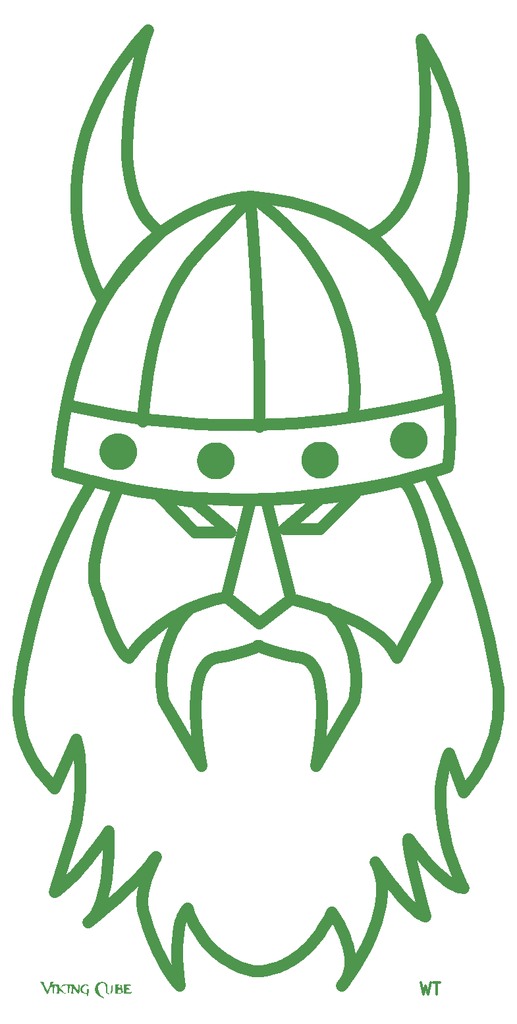
<source format=gbr>
%TF.GenerationSoftware,KiCad,Pcbnew,(6.0.6)*%
%TF.CreationDate,2022-11-26T14:48:15+01:00*%
%TF.ProjectId,wt,77742e6b-6963-4616-945f-706362585858,rev?*%
%TF.SameCoordinates,Original*%
%TF.FileFunction,Legend,Top*%
%TF.FilePolarity,Positive*%
%FSLAX46Y46*%
G04 Gerber Fmt 4.6, Leading zero omitted, Abs format (unit mm)*
G04 Created by KiCad (PCBNEW (6.0.6)) date 2022-11-26 14:48:15*
%MOMM*%
%LPD*%
G01*
G04 APERTURE LIST*
%ADD10C,0.300000*%
%ADD11C,1.534583*%
G04 APERTURE END LIST*
D10*
X-22499485Y-110176571D02*
X-22142342Y-111676571D01*
X-21856628Y-110605142D01*
X-21570914Y-111676571D01*
X-21213771Y-110176571D01*
X-20856628Y-110176571D02*
X-19999485Y-110176571D01*
X-20428057Y-111676571D02*
X-20428057Y-110176571D01*
%TO.C,G\u002A\u002A\u002A*%
G36*
X-65336115Y-110440713D02*
G01*
X-65237867Y-110505446D01*
X-65227200Y-110559633D01*
X-65249820Y-110649423D01*
X-65342966Y-110600834D01*
X-65353101Y-110592512D01*
X-65553451Y-110520548D01*
X-65765662Y-110574920D01*
X-65924194Y-110731356D01*
X-65957740Y-110816446D01*
X-65975721Y-111122146D01*
X-65878142Y-111360954D01*
X-65683595Y-111495086D01*
X-65617224Y-111508411D01*
X-65451720Y-111512839D01*
X-65399180Y-111440431D01*
X-65413619Y-111275578D01*
X-65422991Y-111092901D01*
X-65357242Y-111023208D01*
X-65265801Y-111014933D01*
X-65155138Y-111027813D01*
X-65113234Y-111095704D01*
X-65127173Y-111262485D01*
X-65151964Y-111401590D01*
X-65205270Y-111650037D01*
X-65255964Y-111828248D01*
X-65273030Y-111867257D01*
X-65369392Y-111947463D01*
X-65428602Y-111888416D01*
X-65421066Y-111776933D01*
X-65415259Y-111662571D01*
X-65506656Y-111615352D01*
X-65669870Y-111607600D01*
X-65975615Y-111540291D01*
X-66171263Y-111347586D01*
X-66243096Y-111043318D01*
X-66243200Y-111029433D01*
X-66172506Y-110724441D01*
X-65971272Y-110518415D01*
X-65655772Y-110425943D01*
X-65565867Y-110422266D01*
X-65336115Y-110440713D01*
G37*
G36*
X-62090091Y-110488300D02*
G01*
X-62070913Y-110696540D01*
X-62076121Y-110824433D01*
X-62109604Y-111208527D01*
X-62157545Y-111449604D01*
X-62228263Y-111573872D01*
X-62324747Y-111607600D01*
X-62416868Y-111584579D01*
X-62365467Y-111506000D01*
X-62309981Y-111370273D01*
X-62273078Y-111126263D01*
X-62263867Y-110913333D01*
X-62248494Y-110601751D01*
X-62200778Y-110445782D01*
X-62157424Y-110422266D01*
X-62090091Y-110488300D01*
G37*
G36*
X-66347888Y-110449554D02*
G01*
X-66312616Y-110554497D01*
X-66305079Y-110770286D01*
X-66313648Y-111014742D01*
X-66345122Y-111369533D01*
X-66405437Y-111560093D01*
X-66505787Y-111590604D01*
X-66657365Y-111465245D01*
X-66851773Y-111215721D01*
X-67132200Y-110823842D01*
X-67159226Y-111143603D01*
X-67148740Y-111398770D01*
X-67074560Y-111534185D01*
X-67060330Y-111581671D01*
X-67205554Y-111599847D01*
X-67259200Y-111599619D01*
X-67424472Y-111586157D01*
X-67464128Y-111559491D01*
X-67449700Y-111551526D01*
X-67383192Y-111449557D01*
X-67346071Y-111245873D01*
X-67337433Y-110995146D01*
X-67356368Y-110752048D01*
X-67401972Y-110571248D01*
X-67467031Y-110506933D01*
X-67559668Y-110569579D01*
X-67629581Y-110766382D01*
X-67680302Y-111110639D01*
X-67703148Y-111395933D01*
X-67725336Y-111593122D01*
X-67759187Y-111631485D01*
X-67788367Y-111579508D01*
X-67824563Y-111408729D01*
X-67847557Y-111141908D01*
X-67851867Y-110965675D01*
X-67856615Y-110701914D01*
X-67885650Y-110565512D01*
X-67961163Y-110514507D01*
X-68094449Y-110506933D01*
X-68333378Y-110559801D01*
X-68564575Y-110685919D01*
X-68728439Y-110793992D01*
X-68830970Y-110823634D01*
X-68837244Y-110819778D01*
X-68808856Y-110752056D01*
X-68703414Y-110678878D01*
X-68584756Y-110577572D01*
X-68574159Y-110502685D01*
X-68520457Y-110463722D01*
X-68319900Y-110436348D01*
X-67994729Y-110423104D01*
X-67871217Y-110422266D01*
X-67118573Y-110422266D01*
X-66834096Y-110818393D01*
X-66656654Y-111039570D01*
X-66547388Y-111106632D01*
X-66499869Y-111017478D01*
X-66507670Y-110770006D01*
X-66513842Y-110713695D01*
X-66518267Y-110508373D01*
X-66458135Y-110427653D01*
X-66416699Y-110422075D01*
X-66347888Y-110449554D01*
G37*
G36*
X-69724837Y-110096002D02*
G01*
X-69673180Y-110125349D01*
X-69735700Y-110175048D01*
X-69870330Y-110286259D01*
X-69840608Y-110365438D01*
X-69648755Y-110411026D01*
X-69383794Y-110422266D01*
X-69106439Y-110427044D01*
X-68962611Y-110450568D01*
X-68916577Y-110506623D01*
X-68929545Y-110597503D01*
X-68913796Y-110758863D01*
X-68779115Y-110966867D01*
X-68646452Y-111113749D01*
X-68431590Y-111318236D01*
X-68236366Y-111473777D01*
X-68148200Y-111525812D01*
X-68048807Y-111576425D01*
X-68096747Y-111597239D01*
X-68212894Y-111602233D01*
X-68465682Y-111531606D01*
X-68705321Y-111332433D01*
X-68963721Y-111057266D01*
X-68930458Y-111332433D01*
X-68921663Y-111520655D01*
X-68987072Y-111594915D01*
X-69153464Y-111607600D01*
X-69319372Y-111593754D01*
X-69339101Y-111542763D01*
X-69308134Y-111506000D01*
X-69236561Y-111351932D01*
X-69205519Y-111115953D01*
X-69213152Y-110860029D01*
X-69257602Y-110646128D01*
X-69337014Y-110536215D01*
X-69337185Y-110536149D01*
X-69445491Y-110511987D01*
X-69516049Y-110559501D01*
X-69561750Y-110707340D01*
X-69595482Y-110984149D01*
X-69608682Y-111139523D01*
X-69643802Y-111459458D01*
X-69682735Y-111610973D01*
X-69723227Y-111594873D01*
X-69763027Y-111411964D01*
X-69799200Y-111071471D01*
X-69833735Y-110801829D01*
X-69881425Y-110623240D01*
X-69926200Y-110574385D01*
X-69996995Y-110660639D01*
X-70102066Y-110863097D01*
X-70218983Y-111138408D01*
X-70221878Y-111145885D01*
X-70333672Y-111417470D01*
X-70427371Y-111613084D01*
X-70483429Y-111692103D01*
X-70484765Y-111692266D01*
X-70540076Y-111620546D01*
X-70647176Y-111427413D01*
X-70788446Y-111145909D01*
X-70887969Y-110936105D01*
X-71073409Y-110557738D01*
X-71218635Y-110314956D01*
X-71340040Y-110183754D01*
X-71429415Y-110143302D01*
X-71466866Y-110120774D01*
X-71358509Y-110102360D01*
X-71220024Y-110095130D01*
X-70975389Y-110099138D01*
X-70868890Y-110135782D01*
X-70865961Y-110202029D01*
X-70854421Y-110336916D01*
X-70777683Y-110563906D01*
X-70684260Y-110768710D01*
X-70457113Y-111216962D01*
X-70254576Y-110719137D01*
X-70146431Y-110428329D01*
X-70111419Y-110254513D01*
X-70143942Y-110164763D01*
X-70158453Y-110153752D01*
X-70157845Y-110111115D01*
X-70011846Y-110089073D01*
X-69926200Y-110087471D01*
X-69724837Y-110096002D01*
G37*
G36*
X-63047034Y-110136964D02*
G01*
X-62898540Y-110220726D01*
X-62856534Y-110305141D01*
X-62819583Y-110411406D01*
X-62793034Y-110422151D01*
X-62763563Y-110498528D01*
X-62752800Y-110696324D01*
X-62759458Y-110903716D01*
X-62766212Y-111200388D01*
X-62733723Y-111378252D01*
X-62652204Y-111485252D01*
X-62638639Y-111495623D01*
X-62528057Y-111604295D01*
X-62563950Y-111645889D01*
X-62732281Y-111607275D01*
X-62750700Y-111600459D01*
X-62859272Y-111538962D01*
X-62916744Y-111429058D01*
X-62938657Y-111224526D01*
X-62941200Y-111033843D01*
X-62958628Y-110740636D01*
X-63003576Y-110503826D01*
X-63047034Y-110404664D01*
X-63266989Y-110237023D01*
X-63521131Y-110230180D01*
X-63732230Y-110342262D01*
X-63881453Y-110495810D01*
X-63946237Y-110688487D01*
X-63957200Y-110898282D01*
X-63892962Y-111351273D01*
X-63695120Y-111705722D01*
X-63408920Y-111944998D01*
X-63189651Y-112092911D01*
X-63105707Y-112180025D01*
X-63136243Y-112200266D01*
X-63219562Y-112165683D01*
X-63408343Y-112076262D01*
X-63594820Y-111984560D01*
X-64008242Y-111712788D01*
X-64263046Y-111390591D01*
X-64357079Y-111022106D01*
X-64296865Y-110636957D01*
X-64117814Y-110341378D01*
X-63827138Y-110153434D01*
X-63452239Y-110084087D01*
X-63047034Y-110136964D01*
G37*
G36*
X-59877983Y-110439155D02*
G01*
X-59740006Y-110492091D01*
X-59723867Y-110532265D01*
X-59790012Y-110605909D01*
X-59997541Y-110610168D01*
X-60020200Y-110607669D01*
X-60225921Y-110601668D01*
X-60308822Y-110658081D01*
X-60316534Y-110709336D01*
X-60244554Y-110820730D01*
X-60104867Y-110845600D01*
X-59941167Y-110885492D01*
X-59893200Y-110960859D01*
X-59960092Y-111041525D01*
X-60104867Y-111035655D01*
X-60260390Y-111030361D01*
X-60312934Y-111129113D01*
X-60316534Y-111216729D01*
X-60290419Y-111375527D01*
X-60177229Y-111433018D01*
X-60066741Y-111438266D01*
X-59840873Y-111387064D01*
X-59730649Y-111290100D01*
X-59663779Y-111217681D01*
X-59641993Y-111274488D01*
X-59673138Y-111424554D01*
X-59690592Y-111473675D01*
X-59780097Y-111560520D01*
X-59983696Y-111601407D01*
X-60177426Y-111607600D01*
X-60612867Y-111607600D01*
X-60612867Y-110422266D01*
X-60168367Y-110422266D01*
X-59877983Y-110439155D01*
G37*
G36*
X-61290200Y-110439742D02*
G01*
X-61039240Y-110460991D01*
X-60913245Y-110505345D01*
X-60867940Y-110601534D01*
X-60860439Y-110718600D01*
X-60832140Y-110960754D01*
X-60783465Y-111132274D01*
X-60755567Y-111343726D01*
X-60882629Y-111492982D01*
X-61160803Y-111576627D01*
X-61298921Y-111590123D01*
X-61713534Y-111614981D01*
X-61713534Y-111268933D01*
X-61417200Y-111268933D01*
X-61393843Y-111451052D01*
X-61297037Y-111517425D01*
X-61214592Y-111522933D01*
X-61039007Y-111475642D01*
X-60963249Y-111395933D01*
X-60950577Y-111184437D01*
X-61072214Y-111045536D01*
X-61214592Y-111014933D01*
X-61359863Y-111044215D01*
X-61412807Y-111165576D01*
X-61417200Y-111268933D01*
X-61713534Y-111268933D01*
X-61713534Y-110676266D01*
X-61417200Y-110676266D01*
X-61355185Y-110806913D01*
X-61220054Y-110847464D01*
X-61088184Y-110787359D01*
X-61051093Y-110726877D01*
X-61048152Y-110576387D01*
X-61190178Y-110510618D01*
X-61261978Y-110506933D01*
X-61392852Y-110573129D01*
X-61417200Y-110676266D01*
X-61713534Y-110676266D01*
X-61713534Y-110414885D01*
X-61290200Y-110439742D01*
G37*
D11*
%TO.C,REF\u002A\u002A*%
X-61240054Y-37384308D02*
X-59428556Y-37654808D01*
X-60155510Y-68434703D02*
X-59983616Y-68526761D01*
X-64426233Y-56579545D02*
X-64465797Y-57128896D01*
X-64232013Y-59617279D02*
X-64083829Y-60043573D01*
X-37402223Y-15635339D02*
X-36903273Y-16278563D01*
X-49211422Y-68647473D02*
X-48811849Y-68526755D01*
X-50178167Y-69385883D02*
X-49892800Y-69081600D01*
X-33061751Y-23161120D02*
X-32516877Y-24675719D01*
X-64420479Y-58684862D02*
X-64343510Y-59163436D01*
X-63542169Y-61593078D02*
X-63140151Y-62792001D01*
X-35958224Y-70146071D02*
X-36176362Y-69742228D01*
X-20329983Y-58874236D02*
X-20750555Y-56758189D01*
X-25978099Y-67624963D02*
X-25735002Y-68068962D01*
X-31011262Y-32752468D02*
X-30969923Y-33846615D01*
X-59983616Y-68526761D02*
X-59983616Y-68526761D01*
X-22225456Y-50903599D02*
X-22612376Y-49710944D01*
X-52388416Y-62381351D02*
X-52615318Y-62620665D01*
X-55579361Y-74020564D02*
X-55579361Y-74020564D01*
X-42289870Y-67398834D02*
X-42824997Y-67213964D01*
X-55761289Y-72618174D02*
X-55687096Y-73308843D01*
X-53243426Y-63381453D02*
X-53613026Y-63901308D01*
X-43175613Y-67076571D02*
X-43425463Y-66961477D01*
X-55803916Y-71948658D02*
X-55761289Y-72618174D01*
X-43179926Y-64076472D02*
X-39113281Y-60961271D01*
X-35936696Y-82368695D02*
X-35596690Y-80335373D01*
X-38417925Y-14430062D02*
X-37907646Y-15019314D01*
X-44330867Y-9291846D02*
X-43431697Y-9916079D01*
X-64083829Y-60043573D02*
X-63896802Y-60439503D01*
X-43241315Y-31742801D02*
X-43185685Y-35312627D01*
X-55802371Y-70673489D02*
X-55816951Y-71300396D01*
X-34216973Y-62381351D02*
X-33990071Y-62620665D01*
X-49063758Y-61066461D02*
X-48277729Y-60871356D01*
X-55698265Y-69484146D02*
X-55762150Y-70068039D01*
X-30918294Y-73308843D02*
X-31026029Y-74020564D01*
X-31766278Y-63391155D02*
X-30581660Y-63954758D01*
X-31026029Y-74020564D02*
X-35936696Y-82368695D01*
X-48811849Y-68526755D02*
X-48811849Y-68526755D01*
X-34417458Y-62188929D02*
X-34216973Y-62381351D01*
X-36427223Y-69385883D02*
X-36712591Y-69081600D01*
X-51243000Y-61777213D02*
X-50546107Y-61521329D01*
X-34140820Y-62437443D02*
X-32963440Y-62885256D01*
X-35596690Y-80335373D02*
X-35342705Y-78231795D01*
X-37034245Y-68833942D02*
X-37393968Y-68647473D01*
X-37793541Y-68526755D02*
X-37793541Y-68526755D01*
X-27000969Y-66376273D02*
X-26615123Y-66778571D01*
X-32221086Y-65215894D02*
X-32033106Y-65601216D01*
X-33714705Y-21622243D02*
X-33061751Y-23161120D01*
X-43970719Y-14940552D02*
X-43651814Y-20444431D01*
X-25547569Y-68526766D02*
X-25547569Y-68526766D01*
X-27426316Y-65987972D02*
X-27000969Y-66376273D01*
X-57755315Y-65888708D02*
X-57048725Y-65246589D01*
X-57571201Y-37898154D02*
X-55668888Y-38112367D01*
X-55245580Y-67366174D02*
X-55384372Y-67862825D01*
X-43429778Y-67076571D02*
X-43179929Y-66961477D01*
X-50668693Y-82368695D02*
X-51008699Y-80335373D01*
X-39113281Y-60991953D02*
X-42243832Y-48485101D01*
X-42480735Y-10628612D02*
X-41989878Y-11019057D01*
X-29949511Y-37443056D02*
X-25955428Y-36750336D01*
X-64479464Y-57664776D02*
X-64465078Y-58184369D01*
X-63436428Y-52037659D02*
X-63765883Y-53158227D01*
X-25547569Y-68526766D02*
X-20329983Y-58874236D01*
X-30907124Y-69484146D02*
X-30843239Y-70068039D01*
X-53998586Y-64513058D02*
X-54192413Y-64853141D01*
X-27887125Y-65613715D02*
X-27426316Y-65987972D01*
X-38931441Y-13867156D02*
X-38417925Y-14430062D01*
X-32963440Y-62885256D02*
X-31766278Y-63391155D01*
X-20329983Y-58874236D02*
X-20329983Y-58874236D01*
X-64343510Y-59163436D02*
X-64232013Y-59617279D01*
X-55321419Y-63918515D02*
X-54822478Y-63588674D01*
X-26272819Y-67194816D02*
X-25978099Y-67624963D01*
X-63140151Y-62792001D02*
X-62625016Y-64189641D01*
X-21234728Y-54600570D02*
X-21864566Y-52143169D01*
X-37793541Y-68526755D02*
X-39322069Y-68195140D01*
X-57048725Y-65246589D02*
X-56656594Y-64917141D01*
X-51089322Y-38477281D02*
X-48508258Y-38588238D01*
X-47461415Y-60700381D02*
X-44330867Y-48178185D01*
X-35771029Y-70592850D02*
X-35958224Y-70146071D01*
X-55507400Y-68381438D02*
X-55612690Y-68921912D01*
X-31097989Y-68381438D02*
X-30992700Y-68921912D01*
X-61700411Y-66304253D02*
X-61365459Y-66932950D01*
X-30803018Y-70673489D02*
X-30788438Y-71300396D01*
X-54928606Y-66439164D02*
X-55092999Y-66891587D01*
X-51360792Y-77036050D02*
X-51420639Y-75793007D01*
X-57776303Y-33838107D02*
X-57498463Y-31890670D01*
X-52187931Y-62188929D02*
X-52388416Y-62381351D01*
X-36176362Y-69742228D02*
X-36427223Y-69385883D01*
X-37231019Y-61446344D02*
X-35266094Y-62048098D01*
X-31440368Y-28984384D02*
X-31237448Y-30312405D01*
X-30581660Y-63954758D02*
X-29441910Y-64575684D01*
X-52803710Y-18736563D02*
X-52235079Y-17944379D01*
X-30788438Y-71300396D02*
X-30801474Y-71948658D01*
X-53159994Y-62635400D02*
X-52549657Y-62336187D01*
X-62625016Y-64189641D02*
X-62333629Y-64912345D01*
X-42961881Y-10261095D02*
X-42480735Y-10628612D01*
X-64465797Y-57128896D02*
X-64479464Y-57664776D01*
X-31676783Y-66439164D02*
X-31512390Y-66891587D01*
X-22248001Y-35964101D02*
X-18841435Y-35118881D01*
X-51123049Y-71596961D02*
X-50992395Y-71078001D01*
X-48277729Y-60871356D02*
X-47461415Y-60700387D01*
X-39961710Y-12818671D02*
X-39446576Y-13330168D01*
X-56804626Y-28380101D02*
X-56397036Y-26807078D01*
X-51262685Y-78231795D02*
X-51360792Y-77036050D01*
X-49819789Y-61283765D02*
X-49063758Y-61066461D01*
X-31221018Y-67862825D02*
X-31097989Y-68381438D01*
X-21864566Y-52143169D02*
X-22225456Y-50903599D01*
X-55579361Y-74020564D02*
X-50668693Y-82368695D01*
X-63896802Y-60439503D02*
X-63896802Y-60439503D01*
X-50647166Y-70146071D02*
X-50429029Y-69742228D01*
X-22612376Y-49710944D02*
X-23021865Y-48605823D01*
X-56397036Y-26807078D02*
X-55954603Y-25348969D01*
X-52549657Y-62336187D02*
X-51910755Y-62049478D01*
X-43407720Y-26046139D02*
X-43241315Y-31742801D01*
X-43651814Y-20444431D02*
X-43407720Y-26046139D01*
X-41095603Y-38539144D02*
X-38740815Y-38409843D01*
X-31097425Y-31571416D02*
X-31011262Y-32752468D01*
X-44315522Y-67398834D02*
X-43780395Y-67213964D01*
X-54192413Y-64853141D02*
X-54384304Y-65215894D01*
X-35342705Y-78231795D02*
X-35244598Y-77036050D01*
X-35244598Y-77036050D02*
X-35184751Y-75793007D01*
X-61365459Y-66932950D02*
X-61022865Y-67489802D01*
X-40475226Y-12332239D02*
X-39961710Y-12818671D01*
X-37907646Y-15019314D02*
X-37402223Y-15635339D01*
X-50546107Y-61521329D02*
X-49819789Y-61283765D01*
X-61318703Y-46674293D02*
X-62032284Y-48255393D01*
X-64052179Y-54303746D02*
X-64278050Y-55451694D01*
X-62032284Y-48255393D02*
X-62717092Y-49961477D01*
X-57173170Y-30072983D02*
X-56804626Y-28380101D01*
X-35381001Y-18507444D02*
X-34484777Y-20068036D01*
X-53804798Y-64195747D02*
X-53998586Y-64513058D01*
X-58002486Y-35920240D02*
X-57776303Y-33838107D01*
X-59809357Y-68259707D02*
X-59588093Y-67949156D01*
X-39113281Y-60961271D02*
X-39113281Y-60961271D01*
X-59983616Y-68526761D02*
X-59809357Y-68259707D01*
X-55481531Y-24000829D02*
X-54982023Y-22757711D01*
X-32992364Y-63901308D02*
X-32800591Y-64195747D01*
X-45060694Y-67626864D02*
X-44315522Y-67398834D01*
X-41544697Y-67626864D02*
X-42289870Y-67398834D01*
X-24351130Y-46221866D02*
X-24582830Y-46013683D01*
X-47461415Y-60700387D02*
X-43179926Y-64076472D01*
X-35236843Y-73311059D02*
X-35377286Y-72145166D01*
X-32516877Y-24675719D02*
X-32071046Y-26157094D01*
X-31512390Y-66891587D02*
X-31359810Y-67366174D01*
X-62333629Y-64912345D02*
X-62024281Y-65623967D01*
X-51008699Y-80335373D02*
X-51262685Y-78231795D01*
X-31026029Y-74020564D02*
X-31026029Y-74020564D01*
X-36903273Y-16278563D02*
X-36412416Y-16949415D01*
X-58172807Y-38142014D02*
X-58002486Y-35920240D01*
X-23894704Y-46820664D02*
X-24121610Y-46492552D01*
X-61022865Y-67489802D02*
X-60849776Y-67734958D01*
X-43431697Y-9916079D02*
X-42961881Y-10261095D01*
X-63004795Y-37088631D02*
X-61240054Y-37384308D01*
X-55954603Y-25348969D02*
X-55481531Y-24000829D01*
X-49892800Y-69081600D02*
X-49571145Y-68833942D01*
X-35177416Y-74539175D02*
X-35236843Y-73311059D01*
X-54296118Y-63263582D02*
X-53742052Y-62945178D01*
X-51368548Y-73311059D02*
X-51228105Y-72145166D01*
X-34484777Y-20068036D02*
X-33714705Y-21622243D01*
X-31715222Y-27596298D02*
X-31440368Y-28984384D01*
X-24121610Y-46492552D02*
X-24351130Y-46221866D01*
X-51427975Y-74539175D02*
X-51368548Y-73311059D01*
X-64465078Y-58184369D02*
X-64420479Y-58684862D01*
X-40985505Y-11870444D02*
X-40475226Y-12332239D01*
X-53920516Y-20566764D02*
X-53366923Y-19609043D01*
X-37393968Y-68647473D02*
X-37793541Y-68526755D01*
X-50834361Y-70592850D02*
X-50647166Y-70146071D01*
X-35184751Y-75793007D02*
X-35177416Y-74539175D01*
X-47283321Y-68195140D02*
X-46041448Y-67893738D01*
X-40563943Y-67893738D02*
X-41544697Y-67626864D01*
X-41989878Y-11019057D02*
X-41490929Y-11432859D01*
X-56656594Y-64917141D02*
X-56238190Y-64584687D01*
X-20750555Y-56758189D02*
X-21234728Y-54600570D01*
X-48508258Y-38588238D02*
X-45981100Y-38632657D01*
X-54754376Y-66009007D02*
X-54928606Y-66439164D01*
X-55816951Y-71300396D02*
X-55803916Y-71948658D01*
X-41490929Y-11432859D02*
X-40985505Y-11870444D01*
X-51665234Y-17227546D02*
X-51098379Y-16581118D01*
X-51228105Y-72145166D02*
X-51123049Y-71596961D01*
X-58360254Y-66495536D02*
X-57755315Y-65888708D01*
X-39322069Y-68195140D02*
X-40563943Y-67893738D01*
X-28898962Y-64907523D02*
X-28379354Y-65253549D01*
X-34216042Y-38007735D02*
X-29949511Y-37443056D01*
X-46041448Y-67893738D02*
X-45060694Y-67626864D01*
X-42824997Y-67213964D02*
X-43175613Y-67076571D01*
X-25051040Y-45805139D02*
X-25286685Y-45814932D01*
X-32800591Y-64195747D02*
X-32606803Y-64513058D01*
X-54572283Y-65601216D02*
X-54754376Y-66009007D01*
X-32606803Y-64513058D02*
X-32412976Y-64853141D01*
X-59428556Y-37654808D02*
X-57571201Y-37898154D01*
X-44361558Y-9537381D02*
X-44361558Y-9537381D01*
X-55668888Y-38112367D02*
X-53722515Y-38295469D01*
X-53722515Y-38295469D02*
X-53722515Y-38295469D01*
X-51420639Y-75793007D02*
X-51427975Y-74539175D01*
X-52905589Y-62954302D02*
X-53243426Y-63381453D01*
X-54460284Y-21614671D02*
X-53920516Y-20566764D01*
X-54822478Y-63588674D02*
X-54296118Y-63263582D01*
X-32071046Y-26157094D02*
X-31715222Y-27596298D01*
X-44361558Y-9537381D02*
X-44361558Y-9537381D01*
X-51098379Y-16581118D02*
X-50962904Y-16438690D01*
X-62717092Y-49961477D02*
X-63081076Y-50964568D01*
X-25735002Y-68068962D02*
X-25547569Y-68526766D01*
X-49571145Y-68833942D02*
X-49211422Y-68647473D01*
X-30969923Y-33846615D02*
X-30985568Y-35738409D01*
X-55612690Y-68921912D02*
X-55698265Y-69484146D01*
X-63081076Y-50964568D02*
X-63436428Y-52037659D01*
X-30992700Y-68921912D02*
X-30907124Y-69484146D01*
X-53722515Y-38295469D02*
X-51089322Y-38477281D01*
X-60676066Y-67954557D02*
X-60502165Y-68146069D01*
X-36712591Y-69081600D02*
X-37034245Y-68833942D01*
X-36412416Y-16949415D02*
X-36412416Y-16949415D01*
X-54982023Y-22757711D02*
X-54460284Y-21614671D01*
X-28379354Y-65253549D02*
X-27887125Y-65613715D01*
X-24582830Y-46013683D02*
X-24816277Y-45873082D01*
X-50992395Y-71078001D02*
X-50834361Y-70592850D01*
X-30801474Y-71948658D02*
X-30844100Y-72618174D01*
X-53366923Y-19609043D02*
X-52803710Y-18736563D01*
X-45981100Y-38632657D02*
X-43509623Y-38614854D01*
X-52235079Y-17944379D02*
X-51665234Y-17227546D01*
X-58865835Y-67051560D02*
X-58360254Y-66495536D01*
X-59274350Y-67541270D02*
X-58865835Y-67051560D01*
X-33990071Y-62620665D02*
X-33699800Y-62954302D01*
X-56238190Y-64584687D02*
X-55793228Y-64251166D01*
X-54384304Y-65215894D02*
X-54572283Y-65601216D01*
X-50962904Y-16438690D02*
X-50175711Y-15614331D01*
X-53742052Y-62945178D02*
X-53159994Y-62635400D01*
X-55092999Y-66891587D02*
X-55245580Y-67366174D01*
X-24816277Y-45873082D02*
X-25051040Y-45805139D01*
X-50668693Y-82368695D02*
X-50668693Y-82368695D01*
X-36412416Y-16949415D02*
X-35381001Y-18507444D01*
X-57498463Y-31890670D02*
X-57173170Y-30072983D01*
X-43509623Y-38614854D02*
X-41095603Y-38539144D01*
X-32412976Y-64853141D02*
X-32221086Y-65215894D01*
X-51098379Y-16581118D02*
X-51098379Y-16581118D01*
X-53613026Y-63901308D02*
X-53804798Y-64195747D01*
X-51910755Y-62049478D02*
X-51243000Y-61777213D01*
X-64362932Y-56019539D02*
X-64426233Y-56579545D01*
X-23450462Y-47628856D02*
X-23894704Y-46820664D01*
X-60849776Y-67734958D02*
X-60676066Y-67954557D01*
X-35612996Y-71078001D02*
X-35771029Y-70592850D01*
X-31359810Y-67366174D02*
X-31221018Y-67862825D01*
X-35266094Y-62048098D02*
X-34140820Y-62437443D01*
X-60502165Y-68146069D02*
X-60328503Y-68306962D01*
X-25955428Y-36750336D02*
X-22248001Y-35964101D01*
X-39446576Y-13330168D02*
X-38931441Y-13867156D01*
X-68009485Y-36070322D02*
X-66390410Y-36429660D01*
X-33699800Y-62954302D02*
X-33361964Y-63381453D01*
X-50175711Y-15614331D02*
X-48165646Y-13512432D01*
X-55384372Y-67862825D02*
X-55507400Y-68381438D01*
X-52615318Y-62620665D02*
X-52905589Y-62954302D01*
X-63896802Y-60439503D02*
X-63542169Y-61593078D01*
X-32033106Y-65601216D02*
X-31851013Y-66009007D01*
X-48811849Y-68526755D02*
X-47283321Y-68195140D01*
X-55687096Y-73308843D02*
X-55579361Y-74020564D01*
X-47461415Y-60700387D02*
X-47461415Y-60700387D01*
X-29441910Y-64575684D02*
X-28898962Y-64907523D01*
X-26615123Y-66778571D02*
X-26272819Y-67194816D01*
X-60328503Y-68306962D02*
X-60155510Y-68434703D01*
X-35482342Y-71596961D02*
X-35612996Y-71078001D01*
X-66390410Y-36429660D02*
X-64721880Y-36769756D01*
X-50429029Y-69742228D02*
X-50178167Y-69385883D01*
X-55762150Y-70068039D02*
X-55802371Y-70673489D01*
X-31851013Y-66009007D02*
X-31676783Y-66439164D01*
X-43185685Y-35312627D02*
X-43170099Y-37083872D01*
X-30985568Y-35738409D02*
X-31072068Y-37175223D01*
X-63765883Y-53158227D02*
X-64052179Y-54303746D01*
X-35377286Y-72145166D02*
X-35482342Y-71596961D01*
X-48165646Y-13512432D02*
X-44361558Y-9537381D01*
X-43179926Y-64076472D02*
X-43179926Y-64076472D01*
X-55793228Y-64251166D02*
X-55321419Y-63918515D01*
X-62024281Y-65623967D02*
X-61700411Y-66304253D01*
X-43241315Y-31742801D02*
X-43241315Y-31742801D01*
X-23021865Y-48605823D02*
X-23450462Y-47628856D01*
X-43780395Y-67213964D02*
X-43429778Y-67076571D01*
X-31237448Y-30312405D02*
X-31097425Y-31571416D01*
X-43170099Y-37083872D02*
X-43164585Y-38847925D01*
X-38740815Y-38409843D02*
X-34216042Y-38007735D01*
X-30843239Y-70068039D02*
X-30803018Y-70673489D01*
X-44361558Y-9537381D02*
X-43970719Y-14940552D01*
X-44361558Y-9537381D02*
X-44361558Y-9537381D01*
X-39113281Y-60961271D02*
X-37231019Y-61446344D01*
X-64278050Y-55451694D02*
X-64362932Y-56019539D01*
X-30844100Y-72618174D02*
X-30918294Y-73308843D01*
X-59588093Y-67949156D02*
X-59274350Y-67541270D01*
X-35936696Y-82368695D02*
X-35936696Y-82368695D01*
X-64721880Y-36769756D02*
X-63004795Y-37088631D01*
X-33361964Y-63381453D02*
X-32992364Y-63901308D01*
X-21574527Y9524785D02*
X-20637622Y7743948D01*
X-20144543Y6699682D01*
X-19650003Y5557407D01*
X-19165220Y4320539D01*
X-18701409Y2992495D01*
X-18269788Y1576692D01*
X-17881575Y76547D01*
X-17547987Y-1504524D01*
X-17280240Y-3163103D01*
X-17089553Y-4895773D01*
X-16987141Y-6699118D01*
X-16984222Y-8569721D01*
X-17092014Y-10504165D01*
X-17212117Y-11669369D01*
X-17368748Y-12799326D01*
X-17558514Y-13893315D01*
X-17778019Y-14950619D01*
X-18023871Y-15970517D01*
X-18292674Y-16952290D01*
X-18581034Y-17895219D01*
X-18885557Y-18798585D01*
X-19202848Y-19661668D01*
X-19529512Y-20483749D01*
X-19862157Y-21264108D01*
X-20197387Y-22002027D01*
X-20531807Y-22696785D01*
X-20862025Y-23347664D01*
X-21496271Y-24514907D01*
X-21772046Y-23939739D01*
X-22071019Y-23343350D01*
X-22394810Y-22727539D01*
X-22745036Y-22094104D01*
X-23123317Y-21444844D01*
X-23531270Y-20781556D01*
X-23970514Y-20106039D01*
X-24442668Y-19420091D01*
X-24728004Y-19025345D01*
X-25014060Y-18640961D01*
X-25300475Y-18266873D01*
X-25586891Y-17903014D01*
X-26158283Y-17205708D01*
X-26725360Y-16548505D01*
X-27285243Y-15930865D01*
X-27835055Y-15352249D01*
X-28371918Y-14812118D01*
X-28892956Y-14309931D01*
X-28019640Y-13856946D01*
X-27219080Y-13313965D01*
X-26488324Y-12687834D01*
X-25824419Y-11985397D01*
X-25224411Y-11213499D01*
X-24685347Y-10378985D01*
X-24204274Y-9488700D01*
X-23778238Y-8549489D01*
X-23404287Y-7568197D01*
X-23079468Y-6551668D01*
X-22800826Y-5506749D01*
X-22565409Y-4440283D01*
X-22212436Y-2270091D01*
X-21996924Y-95854D01*
X-21895247Y2027671D01*
X-21883779Y4045722D01*
X-21938894Y5903542D01*
X-22036968Y7546370D01*
X-22267485Y9968014D01*
X-22386325Y10872579D01*
X-22370982Y10872581D01*
X-21574527Y9524785D01*
G36*
X-48742444Y-41631375D02*
G01*
X-48658125Y-41637233D01*
X-48575096Y-41647084D01*
X-48493456Y-41660825D01*
X-48413304Y-41678351D01*
X-48334737Y-41699559D01*
X-48257855Y-41724344D01*
X-48182757Y-41752603D01*
X-48109541Y-41784232D01*
X-48038304Y-41819128D01*
X-47969148Y-41857186D01*
X-47902168Y-41898302D01*
X-47837465Y-41942372D01*
X-47775137Y-41989294D01*
X-47715282Y-42038962D01*
X-47658000Y-42091274D01*
X-47603388Y-42146124D01*
X-47551545Y-42203410D01*
X-47502570Y-42263027D01*
X-47456561Y-42324872D01*
X-47413618Y-42388840D01*
X-47373838Y-42454829D01*
X-47337320Y-42522733D01*
X-47304163Y-42592449D01*
X-47274466Y-42663874D01*
X-47248326Y-42736903D01*
X-47225843Y-42811433D01*
X-47207115Y-42887360D01*
X-47192241Y-42964579D01*
X-47181319Y-43042987D01*
X-47174448Y-43122481D01*
X-47171726Y-43202955D01*
X-47173253Y-43284307D01*
X-47179049Y-43365467D01*
X-47188997Y-43445371D01*
X-47202989Y-43523925D01*
X-47220919Y-43601033D01*
X-47242678Y-43676602D01*
X-47268158Y-43750536D01*
X-47297253Y-43822742D01*
X-47329855Y-43893124D01*
X-47365856Y-43961589D01*
X-47405149Y-44028041D01*
X-47447626Y-44092386D01*
X-47493180Y-44154529D01*
X-47541703Y-44214376D01*
X-47593087Y-44271832D01*
X-47647226Y-44326803D01*
X-47704011Y-44379195D01*
X-47763335Y-44428911D01*
X-47825090Y-44475859D01*
X-47889169Y-44519943D01*
X-47955465Y-44561069D01*
X-48023870Y-44599142D01*
X-48094276Y-44634067D01*
X-48166575Y-44665751D01*
X-48240661Y-44694098D01*
X-48316426Y-44719015D01*
X-48393761Y-44740405D01*
X-48472561Y-44758176D01*
X-48552716Y-44772232D01*
X-48634120Y-44782478D01*
X-48716665Y-44788821D01*
X-48800244Y-44791165D01*
X-48884748Y-44789416D01*
X-48969068Y-44783558D01*
X-49052097Y-44773707D01*
X-49133737Y-44759967D01*
X-49213889Y-44742441D01*
X-49292455Y-44721234D01*
X-49369337Y-44696449D01*
X-49444435Y-44668190D01*
X-49517651Y-44636560D01*
X-49588887Y-44601665D01*
X-49658044Y-44563607D01*
X-49725023Y-44522491D01*
X-49789726Y-44478421D01*
X-49852053Y-44431499D01*
X-49911908Y-44381831D01*
X-49969190Y-44329519D01*
X-50023802Y-44274669D01*
X-50075644Y-44217383D01*
X-50124619Y-44157765D01*
X-50170627Y-44095920D01*
X-50213570Y-44031952D01*
X-50253349Y-43965963D01*
X-50289867Y-43898059D01*
X-50323023Y-43828342D01*
X-50352720Y-43756917D01*
X-50378860Y-43683888D01*
X-50401342Y-43609358D01*
X-50420070Y-43533431D01*
X-50434943Y-43456212D01*
X-50445865Y-43377804D01*
X-50452735Y-43298310D01*
X-50455456Y-43217835D01*
X-50453929Y-43136483D01*
X-50448133Y-43055323D01*
X-50438186Y-42975419D01*
X-50424194Y-42896865D01*
X-50406265Y-42819756D01*
X-50384507Y-42744188D01*
X-50359027Y-42670253D01*
X-50329932Y-42598047D01*
X-50297331Y-42527665D01*
X-50261330Y-42459200D01*
X-50222038Y-42392749D01*
X-50179561Y-42328404D01*
X-50134008Y-42266261D01*
X-50085486Y-42206414D01*
X-50034102Y-42148958D01*
X-49979963Y-42093987D01*
X-49923179Y-42041596D01*
X-49863855Y-41991880D01*
X-49802100Y-41944932D01*
X-49738021Y-41900849D01*
X-49671726Y-41859723D01*
X-49603321Y-41821650D01*
X-49532916Y-41786725D01*
X-49460617Y-41755041D01*
X-49386531Y-41726694D01*
X-49310766Y-41701777D01*
X-49233431Y-41680387D01*
X-49154632Y-41662616D01*
X-49074476Y-41648560D01*
X-48993072Y-41638314D01*
X-48910527Y-41631971D01*
X-48826949Y-41629626D01*
X-48742444Y-41631375D01*
G37*
X-48742444Y-41631375D02*
X-48658125Y-41637233D01*
X-48575096Y-41647084D01*
X-48493456Y-41660825D01*
X-48413304Y-41678351D01*
X-48334737Y-41699559D01*
X-48257855Y-41724344D01*
X-48182757Y-41752603D01*
X-48109541Y-41784232D01*
X-48038304Y-41819128D01*
X-47969148Y-41857186D01*
X-47902168Y-41898302D01*
X-47837465Y-41942372D01*
X-47775137Y-41989294D01*
X-47715282Y-42038962D01*
X-47658000Y-42091274D01*
X-47603388Y-42146124D01*
X-47551545Y-42203410D01*
X-47502570Y-42263027D01*
X-47456561Y-42324872D01*
X-47413618Y-42388840D01*
X-47373838Y-42454829D01*
X-47337320Y-42522733D01*
X-47304163Y-42592449D01*
X-47274466Y-42663874D01*
X-47248326Y-42736903D01*
X-47225843Y-42811433D01*
X-47207115Y-42887360D01*
X-47192241Y-42964579D01*
X-47181319Y-43042987D01*
X-47174448Y-43122481D01*
X-47171726Y-43202955D01*
X-47173253Y-43284307D01*
X-47179049Y-43365467D01*
X-47188997Y-43445371D01*
X-47202989Y-43523925D01*
X-47220919Y-43601033D01*
X-47242678Y-43676602D01*
X-47268158Y-43750536D01*
X-47297253Y-43822742D01*
X-47329855Y-43893124D01*
X-47365856Y-43961589D01*
X-47405149Y-44028041D01*
X-47447626Y-44092386D01*
X-47493180Y-44154529D01*
X-47541703Y-44214376D01*
X-47593087Y-44271832D01*
X-47647226Y-44326803D01*
X-47704011Y-44379195D01*
X-47763335Y-44428911D01*
X-47825090Y-44475859D01*
X-47889169Y-44519943D01*
X-47955465Y-44561069D01*
X-48023870Y-44599142D01*
X-48094276Y-44634067D01*
X-48166575Y-44665751D01*
X-48240661Y-44694098D01*
X-48316426Y-44719015D01*
X-48393761Y-44740405D01*
X-48472561Y-44758176D01*
X-48552716Y-44772232D01*
X-48634120Y-44782478D01*
X-48716665Y-44788821D01*
X-48800244Y-44791165D01*
X-48884748Y-44789416D01*
X-48969068Y-44783558D01*
X-49052097Y-44773707D01*
X-49133737Y-44759967D01*
X-49213889Y-44742441D01*
X-49292455Y-44721234D01*
X-49369337Y-44696449D01*
X-49444435Y-44668190D01*
X-49517651Y-44636560D01*
X-49588887Y-44601665D01*
X-49658044Y-44563607D01*
X-49725023Y-44522491D01*
X-49789726Y-44478421D01*
X-49852053Y-44431499D01*
X-49911908Y-44381831D01*
X-49969190Y-44329519D01*
X-50023802Y-44274669D01*
X-50075644Y-44217383D01*
X-50124619Y-44157765D01*
X-50170627Y-44095920D01*
X-50213570Y-44031952D01*
X-50253349Y-43965963D01*
X-50289867Y-43898059D01*
X-50323023Y-43828342D01*
X-50352720Y-43756917D01*
X-50378860Y-43683888D01*
X-50401342Y-43609358D01*
X-50420070Y-43533431D01*
X-50434943Y-43456212D01*
X-50445865Y-43377804D01*
X-50452735Y-43298310D01*
X-50455456Y-43217835D01*
X-50453929Y-43136483D01*
X-50448133Y-43055323D01*
X-50438186Y-42975419D01*
X-50424194Y-42896865D01*
X-50406265Y-42819756D01*
X-50384507Y-42744188D01*
X-50359027Y-42670253D01*
X-50329932Y-42598047D01*
X-50297331Y-42527665D01*
X-50261330Y-42459200D01*
X-50222038Y-42392749D01*
X-50179561Y-42328404D01*
X-50134008Y-42266261D01*
X-50085486Y-42206414D01*
X-50034102Y-42148958D01*
X-49979963Y-42093987D01*
X-49923179Y-42041596D01*
X-49863855Y-41991880D01*
X-49802100Y-41944932D01*
X-49738021Y-41900849D01*
X-49671726Y-41859723D01*
X-49603321Y-41821650D01*
X-49532916Y-41786725D01*
X-49460617Y-41755041D01*
X-49386531Y-41726694D01*
X-49310766Y-41701777D01*
X-49233431Y-41680387D01*
X-49154632Y-41662616D01*
X-49074476Y-41648560D01*
X-48993072Y-41638314D01*
X-48910527Y-41631971D01*
X-48826949Y-41629626D01*
X-48742444Y-41631375D01*
X-51543406Y-48515794D02*
X-46955001Y-52382943D01*
X-51543406Y-52382943D01*
X-55978352Y-47871269D01*
X-51543406Y-48515794D01*
X-41575419Y-9611631D02*
X-39021377Y-10094411D01*
X-36661269Y-10728830D01*
X-34487624Y-11503533D01*
X-32492970Y-12407167D01*
X-30669835Y-13428375D01*
X-29010748Y-14555803D01*
X-27508237Y-15778097D01*
X-26154831Y-17083901D01*
X-24943059Y-18461860D01*
X-23865448Y-19900621D01*
X-22914528Y-21388827D01*
X-22082826Y-22915124D01*
X-21362871Y-24468158D01*
X-20747192Y-26036573D01*
X-20228318Y-27609014D01*
X-19798775Y-29174128D01*
X-19451094Y-30720558D01*
X-18971428Y-33711950D01*
X-18729547Y-36492352D01*
X-18665680Y-38970925D01*
X-18720054Y-41056831D01*
X-18832896Y-42659230D01*
X-18994896Y-44050156D01*
X-21607105Y-44866423D01*
X-24553446Y-45677294D01*
X-27818452Y-46442848D01*
X-31386658Y-47123160D01*
X-33279627Y-47418874D01*
X-35242598Y-47678307D01*
X-37273635Y-47896468D01*
X-39370806Y-48068366D01*
X-41532178Y-48189012D01*
X-43755817Y-48253415D01*
X-46039791Y-48256584D01*
X-48382165Y-48193529D01*
X-49945893Y-48115780D01*
X-51477318Y-48010338D01*
X-52975788Y-47878999D01*
X-54440652Y-47723563D01*
X-55871257Y-47545827D01*
X-57266952Y-47347591D01*
X-59951005Y-46896808D01*
X-62487593Y-46385601D01*
X-64871502Y-45828356D01*
X-67097517Y-45239461D01*
X-69160422Y-44633300D01*
X-69160424Y-44633300D01*
X-68848868Y-41446803D01*
X-68431429Y-38457827D01*
X-67915700Y-35660055D01*
X-67309273Y-33047166D01*
X-66619739Y-30612841D01*
X-65854693Y-28350760D01*
X-65021725Y-26254605D01*
X-64128429Y-24318054D01*
X-63182397Y-22534790D01*
X-62191220Y-20898492D01*
X-61162492Y-19402842D01*
X-60103805Y-18041519D01*
X-59022751Y-16808203D01*
X-57926922Y-15696577D01*
X-56823911Y-14700320D01*
X-55721311Y-13813112D01*
X-54626713Y-13028634D01*
X-53547710Y-12340568D01*
X-52491895Y-11742592D01*
X-51466859Y-11228388D01*
X-50480195Y-10791636D01*
X-49539496Y-10426017D01*
X-47826360Y-9882900D01*
X-46388190Y-9548480D01*
X-45285726Y-9372201D01*
X-44330867Y-9291846D01*
X-41575419Y-9611631D01*
X-35399589Y-51968604D02*
X-39972650Y-51968604D01*
X-35399589Y-48101454D01*
X-30949298Y-47456929D01*
X-35399589Y-51968604D01*
G36*
X-23928809Y-38990312D02*
G01*
X-23844490Y-38996170D01*
X-23761461Y-39006021D01*
X-23679821Y-39019762D01*
X-23599669Y-39037288D01*
X-23521103Y-39058495D01*
X-23444221Y-39083281D01*
X-23369123Y-39111540D01*
X-23295906Y-39143169D01*
X-23224670Y-39178064D01*
X-23155513Y-39216122D01*
X-23088534Y-39257238D01*
X-23023831Y-39301308D01*
X-22961503Y-39348229D01*
X-22901649Y-39397897D01*
X-22844366Y-39450208D01*
X-22789754Y-39505059D01*
X-22737912Y-39562344D01*
X-22688937Y-39621961D01*
X-22642928Y-39683805D01*
X-22599985Y-39747774D01*
X-22560205Y-39813762D01*
X-22523688Y-39881666D01*
X-22490531Y-39951382D01*
X-22460834Y-40022807D01*
X-22434695Y-40095836D01*
X-22412212Y-40170365D01*
X-22393484Y-40246292D01*
X-22378611Y-40323511D01*
X-22367689Y-40401919D01*
X-22360819Y-40481412D01*
X-22358098Y-40561887D01*
X-22359626Y-40643239D01*
X-22365421Y-40724399D01*
X-22375368Y-40804303D01*
X-22389360Y-40882856D01*
X-22407289Y-40959964D01*
X-22429047Y-41035533D01*
X-22454527Y-41109467D01*
X-22483622Y-41181673D01*
X-22516224Y-41252055D01*
X-22552224Y-41320519D01*
X-22591517Y-41386971D01*
X-22633994Y-41451316D01*
X-22679547Y-41513459D01*
X-22728070Y-41573306D01*
X-22779454Y-41630762D01*
X-22833592Y-41685733D01*
X-22890377Y-41738123D01*
X-22949701Y-41787840D01*
X-23011456Y-41834787D01*
X-23075536Y-41878871D01*
X-23141831Y-41919996D01*
X-23210236Y-41958069D01*
X-23280642Y-41992995D01*
X-23352941Y-42024678D01*
X-23427027Y-42053026D01*
X-23502791Y-42077942D01*
X-23580127Y-42099332D01*
X-23658926Y-42117103D01*
X-23739082Y-42131158D01*
X-23820485Y-42141405D01*
X-23903030Y-42147747D01*
X-23986609Y-42150091D01*
X-24071113Y-42148342D01*
X-24155432Y-42142484D01*
X-24238461Y-42132633D01*
X-24320101Y-42118892D01*
X-24400253Y-42101366D01*
X-24478819Y-42080158D01*
X-24555700Y-42055373D01*
X-24630799Y-42027114D01*
X-24704015Y-41995484D01*
X-24775251Y-41960589D01*
X-24844407Y-41922531D01*
X-24911386Y-41881415D01*
X-24976089Y-41837344D01*
X-25038417Y-41790423D01*
X-25098272Y-41740755D01*
X-25155554Y-41688443D01*
X-25210166Y-41633593D01*
X-25262009Y-41576307D01*
X-25310984Y-41516690D01*
X-25356992Y-41454845D01*
X-25399936Y-41390877D01*
X-25439716Y-41324888D01*
X-25476233Y-41256984D01*
X-25509390Y-41187267D01*
X-25539088Y-41115843D01*
X-25565228Y-41042814D01*
X-25587711Y-40968284D01*
X-25606439Y-40892357D01*
X-25621313Y-40815138D01*
X-25632235Y-40736730D01*
X-25639106Y-40657236D01*
X-25641828Y-40576761D01*
X-25640302Y-40495409D01*
X-25634505Y-40414250D01*
X-25624557Y-40334347D01*
X-25610565Y-40255794D01*
X-25592635Y-40178686D01*
X-25570876Y-40103118D01*
X-25545396Y-40029184D01*
X-25516301Y-39956979D01*
X-25483699Y-39886597D01*
X-25447698Y-39818133D01*
X-25408405Y-39751681D01*
X-25365929Y-39687337D01*
X-25320375Y-39625194D01*
X-25271853Y-39565347D01*
X-25220468Y-39507891D01*
X-25166330Y-39452921D01*
X-25109545Y-39400530D01*
X-25050222Y-39350814D01*
X-24988466Y-39303866D01*
X-24924387Y-39259783D01*
X-24858092Y-39218657D01*
X-24789688Y-39180585D01*
X-24719282Y-39145659D01*
X-24646982Y-39113976D01*
X-24572897Y-39085628D01*
X-24497132Y-39060712D01*
X-24419796Y-39039322D01*
X-24340997Y-39021552D01*
X-24260842Y-39007496D01*
X-24179438Y-38997250D01*
X-24096892Y-38990907D01*
X-24013314Y-38988563D01*
X-23928809Y-38990312D01*
G37*
X-23928809Y-38990312D02*
X-23844490Y-38996170D01*
X-23761461Y-39006021D01*
X-23679821Y-39019762D01*
X-23599669Y-39037288D01*
X-23521103Y-39058495D01*
X-23444221Y-39083281D01*
X-23369123Y-39111540D01*
X-23295906Y-39143169D01*
X-23224670Y-39178064D01*
X-23155513Y-39216122D01*
X-23088534Y-39257238D01*
X-23023831Y-39301308D01*
X-22961503Y-39348229D01*
X-22901649Y-39397897D01*
X-22844366Y-39450208D01*
X-22789754Y-39505059D01*
X-22737912Y-39562344D01*
X-22688937Y-39621961D01*
X-22642928Y-39683805D01*
X-22599985Y-39747774D01*
X-22560205Y-39813762D01*
X-22523688Y-39881666D01*
X-22490531Y-39951382D01*
X-22460834Y-40022807D01*
X-22434695Y-40095836D01*
X-22412212Y-40170365D01*
X-22393484Y-40246292D01*
X-22378611Y-40323511D01*
X-22367689Y-40401919D01*
X-22360819Y-40481412D01*
X-22358098Y-40561887D01*
X-22359626Y-40643239D01*
X-22365421Y-40724399D01*
X-22375368Y-40804303D01*
X-22389360Y-40882856D01*
X-22407289Y-40959964D01*
X-22429047Y-41035533D01*
X-22454527Y-41109467D01*
X-22483622Y-41181673D01*
X-22516224Y-41252055D01*
X-22552224Y-41320519D01*
X-22591517Y-41386971D01*
X-22633994Y-41451316D01*
X-22679547Y-41513459D01*
X-22728070Y-41573306D01*
X-22779454Y-41630762D01*
X-22833592Y-41685733D01*
X-22890377Y-41738123D01*
X-22949701Y-41787840D01*
X-23011456Y-41834787D01*
X-23075536Y-41878871D01*
X-23141831Y-41919996D01*
X-23210236Y-41958069D01*
X-23280642Y-41992995D01*
X-23352941Y-42024678D01*
X-23427027Y-42053026D01*
X-23502791Y-42077942D01*
X-23580127Y-42099332D01*
X-23658926Y-42117103D01*
X-23739082Y-42131158D01*
X-23820485Y-42141405D01*
X-23903030Y-42147747D01*
X-23986609Y-42150091D01*
X-24071113Y-42148342D01*
X-24155432Y-42142484D01*
X-24238461Y-42132633D01*
X-24320101Y-42118892D01*
X-24400253Y-42101366D01*
X-24478819Y-42080158D01*
X-24555700Y-42055373D01*
X-24630799Y-42027114D01*
X-24704015Y-41995484D01*
X-24775251Y-41960589D01*
X-24844407Y-41922531D01*
X-24911386Y-41881415D01*
X-24976089Y-41837344D01*
X-25038417Y-41790423D01*
X-25098272Y-41740755D01*
X-25155554Y-41688443D01*
X-25210166Y-41633593D01*
X-25262009Y-41576307D01*
X-25310984Y-41516690D01*
X-25356992Y-41454845D01*
X-25399936Y-41390877D01*
X-25439716Y-41324888D01*
X-25476233Y-41256984D01*
X-25509390Y-41187267D01*
X-25539088Y-41115843D01*
X-25565228Y-41042814D01*
X-25587711Y-40968284D01*
X-25606439Y-40892357D01*
X-25621313Y-40815138D01*
X-25632235Y-40736730D01*
X-25639106Y-40657236D01*
X-25641828Y-40576761D01*
X-25640302Y-40495409D01*
X-25634505Y-40414250D01*
X-25624557Y-40334347D01*
X-25610565Y-40255794D01*
X-25592635Y-40178686D01*
X-25570876Y-40103118D01*
X-25545396Y-40029184D01*
X-25516301Y-39956979D01*
X-25483699Y-39886597D01*
X-25447698Y-39818133D01*
X-25408405Y-39751681D01*
X-25365929Y-39687337D01*
X-25320375Y-39625194D01*
X-25271853Y-39565347D01*
X-25220468Y-39507891D01*
X-25166330Y-39452921D01*
X-25109545Y-39400530D01*
X-25050222Y-39350814D01*
X-24988466Y-39303866D01*
X-24924387Y-39259783D01*
X-24858092Y-39218657D01*
X-24789688Y-39180585D01*
X-24719282Y-39145659D01*
X-24646982Y-39113976D01*
X-24572897Y-39085628D01*
X-24497132Y-39060712D01*
X-24419796Y-39039322D01*
X-24340997Y-39021552D01*
X-24260842Y-39007496D01*
X-24179438Y-38997250D01*
X-24096892Y-38990907D01*
X-24013314Y-38988563D01*
X-23928809Y-38990312D01*
G36*
X-61291429Y-40477289D02*
G01*
X-61207110Y-40483147D01*
X-61124081Y-40492998D01*
X-61042441Y-40506739D01*
X-60962288Y-40524265D01*
X-60883722Y-40545473D01*
X-60806840Y-40570258D01*
X-60731742Y-40598517D01*
X-60658525Y-40630147D01*
X-60587289Y-40665042D01*
X-60518132Y-40703100D01*
X-60451153Y-40744216D01*
X-60386450Y-40788287D01*
X-60324122Y-40835208D01*
X-60264267Y-40884876D01*
X-60206985Y-40937188D01*
X-60152373Y-40992038D01*
X-60100530Y-41049324D01*
X-60051555Y-41108941D01*
X-60005547Y-41170786D01*
X-59962604Y-41234754D01*
X-59922824Y-41300743D01*
X-59886306Y-41368647D01*
X-59853150Y-41438363D01*
X-59823452Y-41509788D01*
X-59797313Y-41582817D01*
X-59774830Y-41657347D01*
X-59756103Y-41733274D01*
X-59741229Y-41810493D01*
X-59730307Y-41888901D01*
X-59723437Y-41968395D01*
X-59720716Y-42048869D01*
X-59722243Y-42130222D01*
X-59728039Y-42211381D01*
X-59737987Y-42291285D01*
X-59751980Y-42369839D01*
X-59769909Y-42446947D01*
X-59791667Y-42522516D01*
X-59817148Y-42596450D01*
X-59846242Y-42668656D01*
X-59878844Y-42739038D01*
X-59914845Y-42807503D01*
X-59954137Y-42873955D01*
X-59996614Y-42938299D01*
X-60042167Y-43000443D01*
X-60090689Y-43060290D01*
X-60142073Y-43117746D01*
X-60196211Y-43172717D01*
X-60252996Y-43225108D01*
X-60312319Y-43274824D01*
X-60374074Y-43321772D01*
X-60438153Y-43365856D01*
X-60504448Y-43406981D01*
X-60572852Y-43445054D01*
X-60643258Y-43479980D01*
X-60715557Y-43511663D01*
X-60789642Y-43540010D01*
X-60865406Y-43564926D01*
X-60942742Y-43586317D01*
X-61021541Y-43604087D01*
X-61101696Y-43618142D01*
X-61183100Y-43628388D01*
X-61265645Y-43634730D01*
X-61349223Y-43637074D01*
X-61433728Y-43635324D01*
X-61518047Y-43629466D01*
X-61601076Y-43619615D01*
X-61682716Y-43605874D01*
X-61762869Y-43588348D01*
X-61841435Y-43567141D01*
X-61918317Y-43542356D01*
X-61993415Y-43514097D01*
X-62066632Y-43482468D01*
X-62137868Y-43447572D01*
X-62207025Y-43409515D01*
X-62274005Y-43368399D01*
X-62338708Y-43324328D01*
X-62401036Y-43277407D01*
X-62460891Y-43227739D01*
X-62518174Y-43175428D01*
X-62572786Y-43120578D01*
X-62624629Y-43063292D01*
X-62673604Y-43003675D01*
X-62719613Y-42941831D01*
X-62762556Y-42877863D01*
X-62802337Y-42811875D01*
X-62838854Y-42743971D01*
X-62872011Y-42674254D01*
X-62901709Y-42602830D01*
X-62927849Y-42529801D01*
X-62950331Y-42455271D01*
X-62969059Y-42379345D01*
X-62983933Y-42302126D01*
X-62994855Y-42223717D01*
X-63001725Y-42144224D01*
X-63004446Y-42063749D01*
X-63002919Y-41982397D01*
X-62997123Y-41901237D01*
X-62987175Y-41821333D01*
X-62973183Y-41742779D01*
X-62955254Y-41665670D01*
X-62933495Y-41590101D01*
X-62908014Y-41516167D01*
X-62878919Y-41443961D01*
X-62846318Y-41373578D01*
X-62810317Y-41305114D01*
X-62771024Y-41238662D01*
X-62728547Y-41174317D01*
X-62682994Y-41112173D01*
X-62634471Y-41052326D01*
X-62583087Y-40994870D01*
X-62528949Y-40939899D01*
X-62472164Y-40887508D01*
X-62412840Y-40837792D01*
X-62351085Y-40790844D01*
X-62287006Y-40746760D01*
X-62220710Y-40705635D01*
X-62152306Y-40667562D01*
X-62081900Y-40632636D01*
X-62009601Y-40600953D01*
X-61935515Y-40572605D01*
X-61859751Y-40547689D01*
X-61782415Y-40526299D01*
X-61703616Y-40508528D01*
X-61623461Y-40494473D01*
X-61542057Y-40484226D01*
X-61459512Y-40477884D01*
X-61375934Y-40475540D01*
X-61291429Y-40477289D01*
G37*
X-61291429Y-40477289D02*
X-61207110Y-40483147D01*
X-61124081Y-40492998D01*
X-61042441Y-40506739D01*
X-60962288Y-40524265D01*
X-60883722Y-40545473D01*
X-60806840Y-40570258D01*
X-60731742Y-40598517D01*
X-60658525Y-40630147D01*
X-60587289Y-40665042D01*
X-60518132Y-40703100D01*
X-60451153Y-40744216D01*
X-60386450Y-40788287D01*
X-60324122Y-40835208D01*
X-60264267Y-40884876D01*
X-60206985Y-40937188D01*
X-60152373Y-40992038D01*
X-60100530Y-41049324D01*
X-60051555Y-41108941D01*
X-60005547Y-41170786D01*
X-59962604Y-41234754D01*
X-59922824Y-41300743D01*
X-59886306Y-41368647D01*
X-59853150Y-41438363D01*
X-59823452Y-41509788D01*
X-59797313Y-41582817D01*
X-59774830Y-41657347D01*
X-59756103Y-41733274D01*
X-59741229Y-41810493D01*
X-59730307Y-41888901D01*
X-59723437Y-41968395D01*
X-59720716Y-42048869D01*
X-59722243Y-42130222D01*
X-59728039Y-42211381D01*
X-59737987Y-42291285D01*
X-59751980Y-42369839D01*
X-59769909Y-42446947D01*
X-59791667Y-42522516D01*
X-59817148Y-42596450D01*
X-59846242Y-42668656D01*
X-59878844Y-42739038D01*
X-59914845Y-42807503D01*
X-59954137Y-42873955D01*
X-59996614Y-42938299D01*
X-60042167Y-43000443D01*
X-60090689Y-43060290D01*
X-60142073Y-43117746D01*
X-60196211Y-43172717D01*
X-60252996Y-43225108D01*
X-60312319Y-43274824D01*
X-60374074Y-43321772D01*
X-60438153Y-43365856D01*
X-60504448Y-43406981D01*
X-60572852Y-43445054D01*
X-60643258Y-43479980D01*
X-60715557Y-43511663D01*
X-60789642Y-43540010D01*
X-60865406Y-43564926D01*
X-60942742Y-43586317D01*
X-61021541Y-43604087D01*
X-61101696Y-43618142D01*
X-61183100Y-43628388D01*
X-61265645Y-43634730D01*
X-61349223Y-43637074D01*
X-61433728Y-43635324D01*
X-61518047Y-43629466D01*
X-61601076Y-43619615D01*
X-61682716Y-43605874D01*
X-61762869Y-43588348D01*
X-61841435Y-43567141D01*
X-61918317Y-43542356D01*
X-61993415Y-43514097D01*
X-62066632Y-43482468D01*
X-62137868Y-43447572D01*
X-62207025Y-43409515D01*
X-62274005Y-43368399D01*
X-62338708Y-43324328D01*
X-62401036Y-43277407D01*
X-62460891Y-43227739D01*
X-62518174Y-43175428D01*
X-62572786Y-43120578D01*
X-62624629Y-43063292D01*
X-62673604Y-43003675D01*
X-62719613Y-42941831D01*
X-62762556Y-42877863D01*
X-62802337Y-42811875D01*
X-62838854Y-42743971D01*
X-62872011Y-42674254D01*
X-62901709Y-42602830D01*
X-62927849Y-42529801D01*
X-62950331Y-42455271D01*
X-62969059Y-42379345D01*
X-62983933Y-42302126D01*
X-62994855Y-42223717D01*
X-63001725Y-42144224D01*
X-63004446Y-42063749D01*
X-63002919Y-41982397D01*
X-62997123Y-41901237D01*
X-62987175Y-41821333D01*
X-62973183Y-41742779D01*
X-62955254Y-41665670D01*
X-62933495Y-41590101D01*
X-62908014Y-41516167D01*
X-62878919Y-41443961D01*
X-62846318Y-41373578D01*
X-62810317Y-41305114D01*
X-62771024Y-41238662D01*
X-62728547Y-41174317D01*
X-62682994Y-41112173D01*
X-62634471Y-41052326D01*
X-62583087Y-40994870D01*
X-62528949Y-40939899D01*
X-62472164Y-40887508D01*
X-62412840Y-40837792D01*
X-62351085Y-40790844D01*
X-62287006Y-40746760D01*
X-62220710Y-40705635D01*
X-62152306Y-40667562D01*
X-62081900Y-40632636D01*
X-62009601Y-40600953D01*
X-61935515Y-40572605D01*
X-61859751Y-40547689D01*
X-61782415Y-40526299D01*
X-61703616Y-40508528D01*
X-61623461Y-40494473D01*
X-61542057Y-40484226D01*
X-61459512Y-40477884D01*
X-61375934Y-40475540D01*
X-61291429Y-40477289D01*
X-20605821Y-46589221D02*
X-19700567Y-48497079D01*
X-18803585Y-50509241D01*
X-17922608Y-52624627D01*
X-17065369Y-54842159D01*
X-16239600Y-57160757D01*
X-15453035Y-59579343D01*
X-14713407Y-62096838D01*
X-14347805Y-63462679D01*
X-14009898Y-64808737D01*
X-13698605Y-66133934D01*
X-13412849Y-67437192D01*
X-13151550Y-68717431D01*
X-12913630Y-69973571D01*
X-12698009Y-71204535D01*
X-12503609Y-72409243D01*
X-12460809Y-73167662D01*
X-12448940Y-74062755D01*
X-12487424Y-75078697D01*
X-12531618Y-75627041D01*
X-12595684Y-76199663D01*
X-12682049Y-76794583D01*
X-12793141Y-77409825D01*
X-12931388Y-78043410D01*
X-13099218Y-78693360D01*
X-13299058Y-79357696D01*
X-13533336Y-80034441D01*
X-13804481Y-80721616D01*
X-14114919Y-81417243D01*
X-14283882Y-81765769D01*
X-14456666Y-82103550D01*
X-14632777Y-82430631D01*
X-14811720Y-82747056D01*
X-14993001Y-83052872D01*
X-15176125Y-83348122D01*
X-15360597Y-83632852D01*
X-15545924Y-83907106D01*
X-15731610Y-84170930D01*
X-15917161Y-84424369D01*
X-16102083Y-84667466D01*
X-16285881Y-84900269D01*
X-16468060Y-85122820D01*
X-16648126Y-85335166D01*
X-16999940Y-85729420D01*
X-18856785Y-80772724D01*
X-19134992Y-81512092D01*
X-19367004Y-82258538D01*
X-19555271Y-83010058D01*
X-19702244Y-83764650D01*
X-19810373Y-84520310D01*
X-19882108Y-85275034D01*
X-19919900Y-86026819D01*
X-19926198Y-86773661D01*
X-19903452Y-87513558D01*
X-19854114Y-88244504D01*
X-19780633Y-88964498D01*
X-19685460Y-89671535D01*
X-19571045Y-90363612D01*
X-19439837Y-91038726D01*
X-19136847Y-92330050D01*
X-18796091Y-93529478D01*
X-18437173Y-94620984D01*
X-18079693Y-95588539D01*
X-17743254Y-96416116D01*
X-17211904Y-97587224D01*
X-16999940Y-98006087D01*
X-17254985Y-97988127D01*
X-17518730Y-97935772D01*
X-17790073Y-97851318D01*
X-18067912Y-97737056D01*
X-18351147Y-97595279D01*
X-18638675Y-97428281D01*
X-18929395Y-97238354D01*
X-19222206Y-97027790D01*
X-19516006Y-96798884D01*
X-19809693Y-96553928D01*
X-20392325Y-96025036D01*
X-20961290Y-95459458D01*
X-21507775Y-94875537D01*
X-22022970Y-94291616D01*
X-22498062Y-93726038D01*
X-23292689Y-92723283D01*
X-24012984Y-91744986D01*
X-24044714Y-91807179D01*
X-24060011Y-91919542D01*
X-24045354Y-92281103D01*
X-23977107Y-92802311D01*
X-23863362Y-93455809D01*
X-23531747Y-95050246D01*
X-23115251Y-96845558D01*
X-22286575Y-100163372D01*
X-21895256Y-101658390D01*
X-22121948Y-101579233D01*
X-22360940Y-101464283D01*
X-22610952Y-101316052D01*
X-22870706Y-101137053D01*
X-23138923Y-100929798D01*
X-23414325Y-100696798D01*
X-23981571Y-100163614D01*
X-24562213Y-99557597D01*
X-25146026Y-98898844D01*
X-25722780Y-98207451D01*
X-26282247Y-97503514D01*
X-27308410Y-96138396D01*
X-28142689Y-94964261D01*
X-28292191Y-94743169D01*
X-28150527Y-94988280D01*
X-27879220Y-95602743D01*
X-27674282Y-96237575D01*
X-27531702Y-96889885D01*
X-27447467Y-97556780D01*
X-27417564Y-98235371D01*
X-27437981Y-98922765D01*
X-27504705Y-99616071D01*
X-27613723Y-100312398D01*
X-27761024Y-101008854D01*
X-27942595Y-101702548D01*
X-28154422Y-102390588D01*
X-28392494Y-103070083D01*
X-28652798Y-103738143D01*
X-28931321Y-104391874D01*
X-29526976Y-105644788D01*
X-30147358Y-106805695D01*
X-30760367Y-107851463D01*
X-31333902Y-108758961D01*
X-32195062Y-110009844D01*
X-32330412Y-110218307D01*
X-32591301Y-110543634D01*
X-32234151Y-110066624D01*
X-32195062Y-110009844D01*
X-32110283Y-109879271D01*
X-31928785Y-109528102D01*
X-31783787Y-109166376D01*
X-31673161Y-108795670D01*
X-31594775Y-108417559D01*
X-31546500Y-108033620D01*
X-31526206Y-107645430D01*
X-31531763Y-107254565D01*
X-31561041Y-106862601D01*
X-31611911Y-106471115D01*
X-31682242Y-106081683D01*
X-31769904Y-105695881D01*
X-31872768Y-105315286D01*
X-31988704Y-104941474D01*
X-32115582Y-104576021D01*
X-32393642Y-103876500D01*
X-32689911Y-103229332D01*
X-32987349Y-102647130D01*
X-33268917Y-102142504D01*
X-33716283Y-101416423D01*
X-33895698Y-101151976D01*
X-34268779Y-101897365D01*
X-34653282Y-102592439D01*
X-35047682Y-103238948D01*
X-35450452Y-103838637D01*
X-35860067Y-104393255D01*
X-36275002Y-104904551D01*
X-36693730Y-105374270D01*
X-37114725Y-105804163D01*
X-37536463Y-106195975D01*
X-37957416Y-106551455D01*
X-38376060Y-106872351D01*
X-38790868Y-107160410D01*
X-39200315Y-107417381D01*
X-39602875Y-107645010D01*
X-39997021Y-107845047D01*
X-40381230Y-108019237D01*
X-40753973Y-108169330D01*
X-41113727Y-108297073D01*
X-41458965Y-108404214D01*
X-41788161Y-108492500D01*
X-42392324Y-108619500D01*
X-42914011Y-108692055D01*
X-43341016Y-108724148D01*
X-43661131Y-108729760D01*
X-43931872Y-108717471D01*
X-44563788Y-108556557D01*
X-45165188Y-108368701D01*
X-45736759Y-108156005D01*
X-46279185Y-107920571D01*
X-46793152Y-107664502D01*
X-47279347Y-107389898D01*
X-47738454Y-107098862D01*
X-48171159Y-106793495D01*
X-48578147Y-106475900D01*
X-48960105Y-106148177D01*
X-49317718Y-105812429D01*
X-49651672Y-105470759D01*
X-49962652Y-105125266D01*
X-50251343Y-104778054D01*
X-50518433Y-104431224D01*
X-50764605Y-104086878D01*
X-51196941Y-103414044D01*
X-51553836Y-102776368D01*
X-51840776Y-102190664D01*
X-52063246Y-101673746D01*
X-52226730Y-101242430D01*
X-52336713Y-100913528D01*
X-52418118Y-100630230D01*
X-52616885Y-100853091D01*
X-52796530Y-101105726D01*
X-52957894Y-101385719D01*
X-53101817Y-101690652D01*
X-53229139Y-102018109D01*
X-53340701Y-102365674D01*
X-53437341Y-102730929D01*
X-53519901Y-103111460D01*
X-53646141Y-103908679D01*
X-53726141Y-104737998D01*
X-53766622Y-105580085D01*
X-53774306Y-106415608D01*
X-53755915Y-107225235D01*
X-53718168Y-107989634D01*
X-53611496Y-109305418D01*
X-53461635Y-110543634D01*
X-53750582Y-110229710D01*
X-54030442Y-109899101D01*
X-54301209Y-109553554D01*
X-54562878Y-109194818D01*
X-54815443Y-108824640D01*
X-55058898Y-108444768D01*
X-55518456Y-107662931D01*
X-55941508Y-106863291D01*
X-56328009Y-106059830D01*
X-56677913Y-105266529D01*
X-56991177Y-104497371D01*
X-57267754Y-103766338D01*
X-57507600Y-103087412D01*
X-57876919Y-101941809D01*
X-58172806Y-100891098D01*
X-58224259Y-100581665D01*
X-58255698Y-100264146D01*
X-58268327Y-99939714D01*
X-58263352Y-99609544D01*
X-58241978Y-99274811D01*
X-58205412Y-98936689D01*
X-58154857Y-98596353D01*
X-58091520Y-98254977D01*
X-58016607Y-97913736D01*
X-57931322Y-97573805D01*
X-57734460Y-96902568D01*
X-57510578Y-96250663D01*
X-57269319Y-95627487D01*
X-57020328Y-95042435D01*
X-56773247Y-94504904D01*
X-56538522Y-94025925D01*
X-56699215Y-94267223D01*
X-56979857Y-94655994D01*
X-57284728Y-95050879D01*
X-57956764Y-95852878D01*
X-58694529Y-96660992D01*
X-59477230Y-97462991D01*
X-60284074Y-98246648D01*
X-61094267Y-98999732D01*
X-61887017Y-99710016D01*
X-62641529Y-100365271D01*
X-63952669Y-101461779D01*
X-65201196Y-102456381D01*
X-64929081Y-102228281D01*
X-64676231Y-101960376D01*
X-64441949Y-101655751D01*
X-64225537Y-101317492D01*
X-64026300Y-100948683D01*
X-63843540Y-100552410D01*
X-63676560Y-100131758D01*
X-63524664Y-99689813D01*
X-63263335Y-98754384D01*
X-63053979Y-97770804D01*
X-62891019Y-96763756D01*
X-62768882Y-95757922D01*
X-62681992Y-94777984D01*
X-62624775Y-93848624D01*
X-62577059Y-92240369D01*
X-62592405Y-90716815D01*
X-62956549Y-91267179D01*
X-63315004Y-91793515D01*
X-63667384Y-92296254D01*
X-64013303Y-92775825D01*
X-64352378Y-93232658D01*
X-64684223Y-93667183D01*
X-65008453Y-94079831D01*
X-65324683Y-94471030D01*
X-65632528Y-94841211D01*
X-65931604Y-95190804D01*
X-66221525Y-95520239D01*
X-66501906Y-95829945D01*
X-67032510Y-96391892D01*
X-67520336Y-96880085D01*
X-67962304Y-97297963D01*
X-68355335Y-97648965D01*
X-68696349Y-97936531D01*
X-68982267Y-98164099D01*
X-69210008Y-98335110D01*
X-69376493Y-98453002D01*
X-69513376Y-98543189D01*
X-66781818Y-89673300D01*
X-66667055Y-89035045D01*
X-66566861Y-88415167D01*
X-66480519Y-87813790D01*
X-66407314Y-87231036D01*
X-66346529Y-86667030D01*
X-66297447Y-86121896D01*
X-66259351Y-85595756D01*
X-66231526Y-85088735D01*
X-66213255Y-84600956D01*
X-66203821Y-84132543D01*
X-66208598Y-83254310D01*
X-66240125Y-82455023D01*
X-66292670Y-81735672D01*
X-66360501Y-81097247D01*
X-66437886Y-80540736D01*
X-66519092Y-80067129D01*
X-66598388Y-79677414D01*
X-66670040Y-79372580D01*
X-66728318Y-79153617D01*
X-66781818Y-78977260D01*
X-69513377Y-85238361D01*
X-70047903Y-84692986D01*
X-70679180Y-83980004D01*
X-71017725Y-83561785D01*
X-71364408Y-83103014D01*
X-71713878Y-82604139D01*
X-72060785Y-82065611D01*
X-72399779Y-81487879D01*
X-72725511Y-80871393D01*
X-73032630Y-80216602D01*
X-73315786Y-79523957D01*
X-73569629Y-78793906D01*
X-73788810Y-78026899D01*
X-73967977Y-77223386D01*
X-74101781Y-76383816D01*
X-74133473Y-76126490D01*
X-74159657Y-75872490D01*
X-74180582Y-75621907D01*
X-74196493Y-75374831D01*
X-74214267Y-74891557D01*
X-74214956Y-74423389D01*
X-74200539Y-73971046D01*
X-74172995Y-73535248D01*
X-74134301Y-73116714D01*
X-74086435Y-72716165D01*
X-73852831Y-71053480D01*
X-73561320Y-69292606D01*
X-73204349Y-67440377D01*
X-72774366Y-65503626D01*
X-72263818Y-63489187D01*
X-71665150Y-61403892D01*
X-70970811Y-59254577D01*
X-70173248Y-57048073D01*
X-69528723Y-55418089D01*
X-68864056Y-53854462D01*
X-68183565Y-52357374D01*
X-67491563Y-50927005D01*
X-66792369Y-49563534D01*
X-66090297Y-48267140D01*
X-65389664Y-47038005D01*
X-64694786Y-45876307D01*
X-64710130Y-45830259D01*
X-62693285Y-46336276D01*
X-60679452Y-46771941D01*
X-58672632Y-47140815D01*
X-56676827Y-47446458D01*
X-54696039Y-47692429D01*
X-52734268Y-47882289D01*
X-50795515Y-48019599D01*
X-48883783Y-48107918D01*
X-45157383Y-48151823D01*
X-41587080Y-48042488D01*
X-38204882Y-47808393D01*
X-35042802Y-47478020D01*
X-32132849Y-47079848D01*
X-29507033Y-46642361D01*
X-27197365Y-46194039D01*
X-25235856Y-45763363D01*
X-22485356Y-45068874D01*
X-21511615Y-44786744D01*
X-20605821Y-46589221D01*
X-57528282Y12008170D02*
X-57815207Y11140532D01*
X-58497228Y8801851D01*
X-58902607Y7204730D01*
X-59306211Y5388482D01*
X-59674522Y3402651D01*
X-59974024Y1296780D01*
X-60171201Y-879586D01*
X-60232535Y-3076902D01*
X-60201788Y-4167934D01*
X-60124511Y-5245625D01*
X-59996516Y-6303781D01*
X-59813612Y-7336209D01*
X-59571610Y-8336717D01*
X-59266321Y-9299112D01*
X-58893554Y-10217200D01*
X-58449121Y-11084788D01*
X-57928832Y-11895684D01*
X-57328497Y-12643694D01*
X-56643927Y-13322625D01*
X-55870931Y-13926285D01*
X-56819975Y-14877487D01*
X-57824468Y-15916238D01*
X-59020664Y-17196865D01*
X-59652773Y-17896580D01*
X-60287354Y-18619202D01*
X-60909258Y-19352209D01*
X-61503332Y-20083081D01*
X-62054426Y-20799296D01*
X-62547388Y-21488333D01*
X-62967068Y-22137673D01*
X-63144693Y-22443543D01*
X-63298315Y-22734793D01*
X-63732044Y-21980239D01*
X-64190010Y-21071070D01*
X-64733870Y-19837548D01*
X-65307491Y-18302354D01*
X-65854745Y-16488170D01*
X-66100943Y-15483544D01*
X-66319500Y-14417677D01*
X-66503399Y-13293404D01*
X-66645625Y-12113558D01*
X-66739160Y-10880977D01*
X-66776990Y-9598494D01*
X-66752096Y-8268945D01*
X-66657464Y-6895166D01*
X-66486076Y-5479991D01*
X-66230916Y-4026256D01*
X-65884969Y-2536796D01*
X-65441217Y-1014445D01*
X-64892644Y537960D01*
X-64232234Y2117584D01*
X-63452971Y3721593D01*
X-62547838Y5347152D01*
X-61509819Y6991424D01*
X-60331898Y8651575D01*
X-59007057Y10324769D01*
X-57528282Y12008172D01*
X-57528282Y12008170D01*
G36*
X-35340166Y-41532707D02*
G01*
X-35255847Y-41538566D01*
X-35172818Y-41548418D01*
X-35091178Y-41562159D01*
X-35011025Y-41579685D01*
X-34932459Y-41600893D01*
X-34855577Y-41625679D01*
X-34780479Y-41653938D01*
X-34707262Y-41685567D01*
X-34636026Y-41720463D01*
X-34566869Y-41758521D01*
X-34499890Y-41799637D01*
X-34435187Y-41843708D01*
X-34372859Y-41890629D01*
X-34313004Y-41940297D01*
X-34255722Y-41992609D01*
X-34201110Y-42047459D01*
X-34149267Y-42104745D01*
X-34100292Y-42164362D01*
X-34054283Y-42226207D01*
X-34011340Y-42290175D01*
X-33971560Y-42356164D01*
X-33935042Y-42424068D01*
X-33901885Y-42493785D01*
X-33872187Y-42565210D01*
X-33846048Y-42638239D01*
X-33823565Y-42712769D01*
X-33804837Y-42788696D01*
X-33789962Y-42865915D01*
X-33779041Y-42944324D01*
X-33772170Y-43023818D01*
X-33769448Y-43104293D01*
X-33770975Y-43185645D01*
X-33776771Y-43266805D01*
X-33786719Y-43346709D01*
X-33800711Y-43425262D01*
X-33818641Y-43502371D01*
X-33840399Y-43577939D01*
X-33865880Y-43651874D01*
X-33894975Y-43724079D01*
X-33927577Y-43794461D01*
X-33963578Y-43862926D01*
X-34002871Y-43929377D01*
X-34045348Y-43993722D01*
X-34090902Y-44055865D01*
X-34139425Y-44115712D01*
X-34190809Y-44173168D01*
X-34244947Y-44228139D01*
X-34301732Y-44280530D01*
X-34361056Y-44330246D01*
X-34422812Y-44377193D01*
X-34486891Y-44421277D01*
X-34553187Y-44462403D01*
X-34621592Y-44500476D01*
X-34691997Y-44535401D01*
X-34764297Y-44567085D01*
X-34838383Y-44595432D01*
X-34914148Y-44620348D01*
X-34991483Y-44641738D01*
X-35070283Y-44659509D01*
X-35150438Y-44673564D01*
X-35231842Y-44683811D01*
X-35314387Y-44690153D01*
X-35397966Y-44692497D01*
X-35482470Y-44690748D01*
X-35566790Y-44684890D01*
X-35649819Y-44675038D01*
X-35731459Y-44661297D01*
X-35811611Y-44643771D01*
X-35890178Y-44622563D01*
X-35967059Y-44597777D01*
X-36042158Y-44569518D01*
X-36115374Y-44537888D01*
X-36186610Y-44502993D01*
X-36255767Y-44464935D01*
X-36322746Y-44423819D01*
X-36387449Y-44379748D01*
X-36449777Y-44332827D01*
X-36509632Y-44283159D01*
X-36566914Y-44230847D01*
X-36621526Y-44175997D01*
X-36673369Y-44118711D01*
X-36722344Y-44059094D01*
X-36768352Y-43997250D01*
X-36811296Y-43933281D01*
X-36851075Y-43867293D01*
X-36887593Y-43799389D01*
X-36920750Y-43729673D01*
X-36950447Y-43658248D01*
X-36976586Y-43585219D01*
X-36999069Y-43510690D01*
X-37017797Y-43434763D01*
X-37032670Y-43357544D01*
X-37043592Y-43279136D01*
X-37050462Y-43199642D01*
X-37053183Y-43119168D01*
X-37051656Y-43037816D01*
X-37045861Y-42956655D01*
X-37035913Y-42876751D01*
X-37021921Y-42798197D01*
X-37003992Y-42721089D01*
X-36982234Y-42645520D01*
X-36956753Y-42571585D01*
X-36927659Y-42499379D01*
X-36895057Y-42428997D01*
X-36859056Y-42360532D01*
X-36819764Y-42294080D01*
X-36777287Y-42229735D01*
X-36731734Y-42167592D01*
X-36683211Y-42107745D01*
X-36631827Y-42050288D01*
X-36577688Y-41995317D01*
X-36520903Y-41942926D01*
X-36461580Y-41893210D01*
X-36399824Y-41846263D01*
X-36335745Y-41802179D01*
X-36269449Y-41761053D01*
X-36201045Y-41722980D01*
X-36130639Y-41688055D01*
X-36058339Y-41656371D01*
X-35984254Y-41628024D01*
X-35908489Y-41603108D01*
X-35831153Y-41581717D01*
X-35752354Y-41563947D01*
X-35672198Y-41549891D01*
X-35590794Y-41539645D01*
X-35508249Y-41533302D01*
X-35424671Y-41530958D01*
X-35340166Y-41532707D01*
G37*
X-35340166Y-41532707D02*
X-35255847Y-41538566D01*
X-35172818Y-41548418D01*
X-35091178Y-41562159D01*
X-35011025Y-41579685D01*
X-34932459Y-41600893D01*
X-34855577Y-41625679D01*
X-34780479Y-41653938D01*
X-34707262Y-41685567D01*
X-34636026Y-41720463D01*
X-34566869Y-41758521D01*
X-34499890Y-41799637D01*
X-34435187Y-41843708D01*
X-34372859Y-41890629D01*
X-34313004Y-41940297D01*
X-34255722Y-41992609D01*
X-34201110Y-42047459D01*
X-34149267Y-42104745D01*
X-34100292Y-42164362D01*
X-34054283Y-42226207D01*
X-34011340Y-42290175D01*
X-33971560Y-42356164D01*
X-33935042Y-42424068D01*
X-33901885Y-42493785D01*
X-33872187Y-42565210D01*
X-33846048Y-42638239D01*
X-33823565Y-42712769D01*
X-33804837Y-42788696D01*
X-33789962Y-42865915D01*
X-33779041Y-42944324D01*
X-33772170Y-43023818D01*
X-33769448Y-43104293D01*
X-33770975Y-43185645D01*
X-33776771Y-43266805D01*
X-33786719Y-43346709D01*
X-33800711Y-43425262D01*
X-33818641Y-43502371D01*
X-33840399Y-43577939D01*
X-33865880Y-43651874D01*
X-33894975Y-43724079D01*
X-33927577Y-43794461D01*
X-33963578Y-43862926D01*
X-34002871Y-43929377D01*
X-34045348Y-43993722D01*
X-34090902Y-44055865D01*
X-34139425Y-44115712D01*
X-34190809Y-44173168D01*
X-34244947Y-44228139D01*
X-34301732Y-44280530D01*
X-34361056Y-44330246D01*
X-34422812Y-44377193D01*
X-34486891Y-44421277D01*
X-34553187Y-44462403D01*
X-34621592Y-44500476D01*
X-34691997Y-44535401D01*
X-34764297Y-44567085D01*
X-34838383Y-44595432D01*
X-34914148Y-44620348D01*
X-34991483Y-44641738D01*
X-35070283Y-44659509D01*
X-35150438Y-44673564D01*
X-35231842Y-44683811D01*
X-35314387Y-44690153D01*
X-35397966Y-44692497D01*
X-35482470Y-44690748D01*
X-35566790Y-44684890D01*
X-35649819Y-44675038D01*
X-35731459Y-44661297D01*
X-35811611Y-44643771D01*
X-35890178Y-44622563D01*
X-35967059Y-44597777D01*
X-36042158Y-44569518D01*
X-36115374Y-44537888D01*
X-36186610Y-44502993D01*
X-36255767Y-44464935D01*
X-36322746Y-44423819D01*
X-36387449Y-44379748D01*
X-36449777Y-44332827D01*
X-36509632Y-44283159D01*
X-36566914Y-44230847D01*
X-36621526Y-44175997D01*
X-36673369Y-44118711D01*
X-36722344Y-44059094D01*
X-36768352Y-43997250D01*
X-36811296Y-43933281D01*
X-36851075Y-43867293D01*
X-36887593Y-43799389D01*
X-36920750Y-43729673D01*
X-36950447Y-43658248D01*
X-36976586Y-43585219D01*
X-36999069Y-43510690D01*
X-37017797Y-43434763D01*
X-37032670Y-43357544D01*
X-37043592Y-43279136D01*
X-37050462Y-43199642D01*
X-37053183Y-43119168D01*
X-37051656Y-43037816D01*
X-37045861Y-42956655D01*
X-37035913Y-42876751D01*
X-37021921Y-42798197D01*
X-37003992Y-42721089D01*
X-36982234Y-42645520D01*
X-36956753Y-42571585D01*
X-36927659Y-42499379D01*
X-36895057Y-42428997D01*
X-36859056Y-42360532D01*
X-36819764Y-42294080D01*
X-36777287Y-42229735D01*
X-36731734Y-42167592D01*
X-36683211Y-42107745D01*
X-36631827Y-42050288D01*
X-36577688Y-41995317D01*
X-36520903Y-41942926D01*
X-36461580Y-41893210D01*
X-36399824Y-41846263D01*
X-36335745Y-41802179D01*
X-36269449Y-41761053D01*
X-36201045Y-41722980D01*
X-36130639Y-41688055D01*
X-36058339Y-41656371D01*
X-35984254Y-41628024D01*
X-35908489Y-41603108D01*
X-35831153Y-41581717D01*
X-35752354Y-41563947D01*
X-35672198Y-41549891D01*
X-35590794Y-41539645D01*
X-35508249Y-41533302D01*
X-35424671Y-41530958D01*
X-35340166Y-41532707D01*
%TD*%
M02*

</source>
